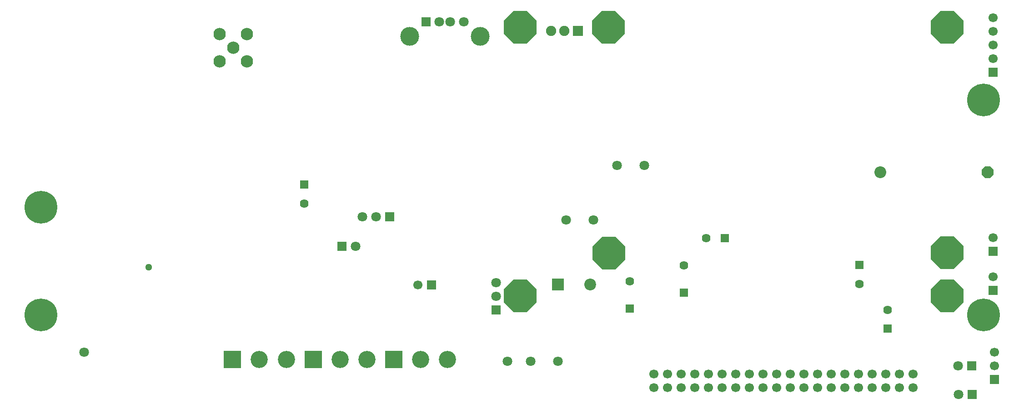
<source format=gbs>
G04*
G04 #@! TF.GenerationSoftware,Altium Limited,Altium Designer,18.1.7 (191)*
G04*
G04 Layer_Color=16711935*
%FSLAX24Y24*%
%MOIN*%
G70*
G01*
G75*
%ADD56C,0.0512*%
%ADD101C,0.0867*%
%ADD102P,0.0939X8X22.5*%
%ADD103C,0.0710*%
%ADD104R,0.0710X0.0710*%
%ADD105R,0.0710X0.0710*%
%ADD106C,0.1379*%
%ADD107R,0.1261X0.1261*%
%ADD108C,0.1261*%
%ADD109C,0.0669*%
%ADD110C,0.0639*%
%ADD111R,0.0639X0.0639*%
%ADD112R,0.0639X0.0639*%
%ADD113R,0.0748X0.0748*%
%ADD114C,0.0748*%
%ADD115R,0.0669X0.0669*%
%ADD116C,0.0906*%
%ADD117C,0.0866*%
%ADD118R,0.0866X0.0866*%
%ADD119C,0.0709*%
%ADD120R,0.0669X0.0669*%
%ADD121P,0.2599X8X292.5*%
%ADD122C,0.2402*%
D56*
X9300Y10177D02*
D03*
D101*
X62953Y17156D02*
D03*
D102*
X70827D02*
D03*
D103*
X34793Y9051D02*
D03*
Y8051D02*
D03*
X68675Y856D02*
D03*
X35630Y3287D02*
D03*
X39311D02*
D03*
X37311D02*
D03*
X41919Y13652D02*
D03*
X39919D02*
D03*
X45652Y17667D02*
D03*
X43652D02*
D03*
X30630Y28179D02*
D03*
X31417D02*
D03*
X32402D02*
D03*
X68652Y2943D02*
D03*
X24994Y13878D02*
D03*
X25994D02*
D03*
X24498Y11732D02*
D03*
D104*
X34793Y7051D02*
D03*
D105*
X69675Y856D02*
D03*
X29646Y28179D02*
D03*
X69652Y2943D02*
D03*
X26994Y13878D02*
D03*
X23498Y11732D02*
D03*
D106*
X28435Y27106D02*
D03*
X33622D02*
D03*
D107*
X15463Y3406D02*
D03*
X21368D02*
D03*
X27274D02*
D03*
D108*
X17431D02*
D03*
X19400D02*
D03*
X23337D02*
D03*
X25305D02*
D03*
X29242D02*
D03*
X31211D02*
D03*
D109*
X61357Y2362D02*
D03*
Y1362D02*
D03*
X62357Y2362D02*
D03*
Y1362D02*
D03*
X63357Y2362D02*
D03*
Y1362D02*
D03*
X64357D02*
D03*
Y2362D02*
D03*
X65357Y1362D02*
D03*
Y2362D02*
D03*
X56357D02*
D03*
Y1362D02*
D03*
X57357Y2362D02*
D03*
Y1362D02*
D03*
X58357Y2362D02*
D03*
Y1362D02*
D03*
X59357D02*
D03*
Y2362D02*
D03*
X60357Y1362D02*
D03*
Y2362D02*
D03*
X51357D02*
D03*
Y1362D02*
D03*
X52357Y2362D02*
D03*
Y1362D02*
D03*
X53357Y2362D02*
D03*
Y1362D02*
D03*
X54357D02*
D03*
Y2362D02*
D03*
X55357Y1362D02*
D03*
Y2362D02*
D03*
X46357D02*
D03*
Y1362D02*
D03*
X47357Y2362D02*
D03*
Y1362D02*
D03*
X48357Y2362D02*
D03*
Y1362D02*
D03*
X49357D02*
D03*
Y2362D02*
D03*
X50357Y1362D02*
D03*
Y2362D02*
D03*
X71229Y9494D02*
D03*
Y12362D02*
D03*
X71201Y28484D02*
D03*
Y25484D02*
D03*
Y27484D02*
D03*
Y26484D02*
D03*
X71319Y2953D02*
D03*
Y3953D02*
D03*
X29059Y8877D02*
D03*
D110*
X20728Y14862D02*
D03*
X61417Y8961D02*
D03*
X63474Y7067D02*
D03*
X50167Y12333D02*
D03*
X48553Y10317D02*
D03*
X44587Y9169D02*
D03*
D111*
X20728Y16240D02*
D03*
X61417Y10339D02*
D03*
X63474Y5689D02*
D03*
X48553Y8317D02*
D03*
X44587Y7169D02*
D03*
D112*
X51545Y12333D02*
D03*
D113*
X40778Y27530D02*
D03*
D114*
X38809D02*
D03*
X39793D02*
D03*
D115*
X71229Y8494D02*
D03*
Y11362D02*
D03*
X71201Y24484D02*
D03*
X71319Y1953D02*
D03*
D116*
X14524Y25283D02*
D03*
Y27283D02*
D03*
X16524Y25283D02*
D03*
Y27283D02*
D03*
X15524Y26283D02*
D03*
D117*
X41673Y8907D02*
D03*
D118*
X39311D02*
D03*
D119*
X4576Y3957D02*
D03*
D120*
X30059Y8877D02*
D03*
D121*
X67843Y11240D02*
D03*
X43040Y11230D02*
D03*
X43020Y27785D02*
D03*
X67853Y27785D02*
D03*
Y8100D02*
D03*
X36554Y27785D02*
D03*
Y8100D02*
D03*
D122*
X1404Y14571D02*
D03*
X70499Y22445D02*
D03*
Y6697D02*
D03*
X1404D02*
D03*
M02*

</source>
